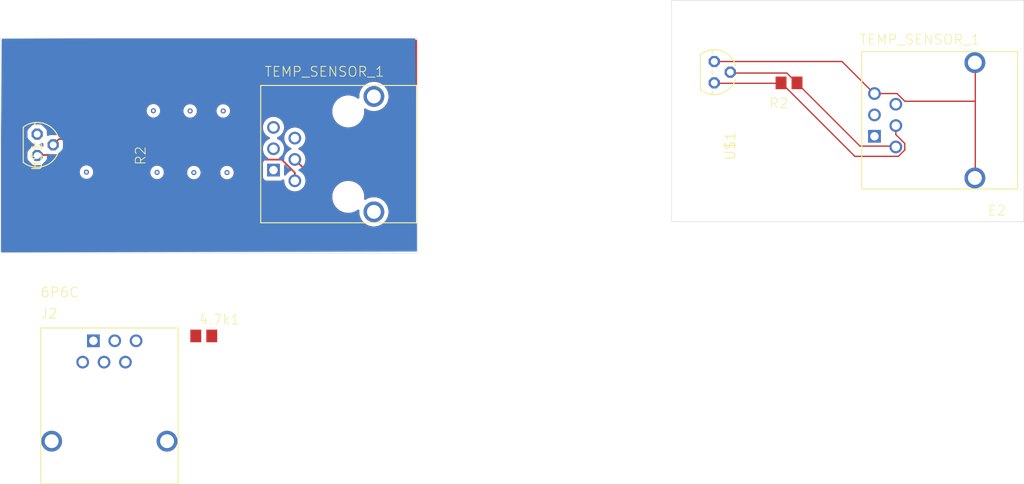
<source format=kicad_pcb>
(kicad_pcb (version 20221018) (generator pcbnew)
  (layers (0 "F.Cu" signal) (31 "B.Cu" signal) (34 "B.Paste" user) (35 "F.Paste" user) (36 "B.SilkS" user "B.Silkscreen") (37 "F.SilkS" user "F.Silkscreen") (38 "B.Mask" user) (39 "F.Mask" user) (44 "Edge.Cuts" user))
  (net 0 "")
  (net 1 "DQ")
  (net 2 "VDD")
  (net 3 "GND")
  (net 6 "/GND")
  (net 7 "/DQ")
  (net 8 "/VDD")
  (footprint "R0805" (layer "F.Cu") (at 141.5261 101.6636)
    (fp_text reference "R2" (at -2.4261 2.4264) (layer "F.SilkS") (effects (font (size 1.176528 1.176528) (thickness 0.093472)) (justify left)))
    (fp_text value "")
    (pad "1" smd rect (at -0.95 0) (size 1.3 1.5) (layers "F.Cu" "F.Paste" "F.Mask") (net 2 "VDD"))
    (pad "2" smd rect (at 0.95 0) (size 1.3 1.5) (layers "F.Cu" "F.Paste" "F.Mask") (net 1 "DQ"))
  )
  (footprint "Temperature Senor Board V2 (2):R0805" (layer "F.Cu") (at 62.22 109.29 90)
    (fp_text reference "R2" (at -2.23 2.89 90) (layer "F.SilkS") (effects (font (size 1.1684 1.1684) (thickness 0.1016)) (justify left bottom)))
    (fp_text value "R-US_R0805" hide)
    (pad "1" smd rect (at -0.95 0 90) (size 1.3 1.5) (layers "F.Cu" "F.Paste" "F.Mask") (net 8 "/VDD"))
    (pad "2" smd rect (at 0.95 0 90) (size 1.3 1.5) (layers "F.Cu" "F.Paste" "F.Mask") (net 7 "/DQ"))
  )
  (footprint "AutoLoadbankFootprint:1734723-1_RJ11" (layer "F.Cu") (at 61.344 134.872)
    (fp_text reference "J2" (at -8.89 -5.08) (layer "F.SilkS") (effects (font (size 1.1684 1.1684) (thickness 0.1016)) (justify left bottom)))
    (fp_text value "6P6C" (at -8.89 -7.62) (layer "F.SilkS") (effects (font (size 1.1684 1.1684) (thickness 0.1016)) (justify left bottom)))
    (fp_line (start -8.8 -4.06) (end -8.8 14.48) (stroke (width 0.127)) (layer "F.SilkS"))
    (fp_line (start -8.8 -4.06) (end 7.53 -4.06) (stroke (width 0.127)) (layer "F.SilkS"))
    (fp_line (start -8.8 14.48) (end 7.53 14.48) (stroke (width 0.127)) (layer "F.SilkS"))
    (fp_line (start 7.53 -4.06) (end 7.53 14.48) (stroke (width 0.127)) (layer "F.SilkS"))
    (pad "" np_thru_hole circle (at -5.72 6.35) (size 3.3 3.3) (drill 3.3) (layers "*.Cu" "*.Mask"))
    (pad "" np_thru_hole circle (at 4.44 6.35) (size 3.3 3.3) (drill 3.3) (layers "*.Cu" "*.Mask"))
    (pad "1" thru_hole rect (at -2.54 -2.54) (size 1.508 1.508) (drill 1) (layers "*.Cu" "*.Mask"))
    (pad "2" thru_hole circle (at 0 -2.54) (size 1.508 1.508) (drill 1) (layers "*.Cu" "*.Mask"))
    (pad "3" thru_hole circle (at 2.54 -2.54) (size 1.508 1.508) (drill 1) (layers "*.Cu" "*.Mask") (net 6 "/GND"))
    (pad "4" thru_hole circle (at -3.81 0) (size 1.508 1.508) (drill 1) (layers "*.Cu" "*.Mask") (net 7 "/DQ"))
    (pad "5" thru_hole circle (at -1.27 0) (size 1.508 1.508) (drill 1) (layers "*.Cu" "*.Mask") (net 8 "/VDD"))
    (pad "6" thru_hole circle (at 1.27 0) (size 1.508 1.508) (drill 1) (layers "*.Cu" "*.Mask"))
    (pad "SH1" thru_hole circle (at -7.5 9.4) (size 2.475 2.475) (drill 1.65) (layers "*.Cu" "*.Mask"))
    (pad "SH2" thru_hole circle (at 6.22 9.4) (size 2.475 2.475) (drill 1.65) (layers "*.Cu" "*.Mask"))
  )
  (footprint "1734723-1_RJ11" (layer "F.Cu") (at 154.2261 105.4736 90)
    (fp_text reference "E2" (at -11.3664 10.8739 180) (layer "F.SilkS") (effects (font (size 1.176528 1.176528) (thickness 0.093472)) (justify left)))
    (fp_text value "TEMP_SENSOR_1" (at 8.9536 -4.3661 180) (layer "F.SilkS") (effects (font (size 1.176528 1.176528) (thickness 0.093472)) (justify left)))
    (fp_line (start -8.8 -4.06) (end -8.8 14.48) (stroke (width 0.127)) (layer "F.SilkS"))
    (fp_line (start -8.8 -4.06) (end 7.53 -4.06) (stroke (width 0.127)) (layer "F.SilkS"))
    (fp_line (start -8.8 14.48) (end 7.53 14.48) (stroke (width 0.127)) (layer "F.SilkS"))
    (fp_line (start 7.53 -4.06) (end 7.53 14.48) (stroke (width 0.127)) (layer "F.SilkS"))
    (pad "" np_thru_hole circle (at -5.72 6.35 90) (size 3.3 3.3) (drill 3.3) (layers "*.Cu" "*.Mask"))
    (pad "" np_thru_hole circle (at 4.44 6.35 90) (size 3.3 3.3) (drill 3.3) (layers "*.Cu" "*.Mask"))
    (pad "1" thru_hole rect (at -2.54 -2.54 90) (size 1.508 1.508) (drill 1) (layers "*.Cu" "*.Mask"))
    (pad "2" thru_hole circle (at 0 -2.54 90) (size 1.508 1.508) (drill 1) (layers "*.Cu" "*.Mask"))
    (pad "3" thru_hole circle (at 2.54 -2.54 90) (size 1.508 1.508) (drill 1) (layers "*.Cu" "*.Mask") (net 3 "GND"))
    (pad "4" thru_hole circle (at -3.81 0 90) (size 1.508 1.508) (drill 1) (layers "*.Cu" "*.Mask") (net 1 "DQ"))
    (pad "5" thru_hole circle (at -1.27 0 90) (size 1.508 1.508) (drill 1) (layers "*.Cu" "*.Mask") (net 2 "VDD"))
    (pad "6" thru_hole circle (at 1.27 0 90) (size 1.508 1.508) (drill 1) (layers "*.Cu" "*.Mask"))
    (pad "SH1" thru_hole circle (at -7.5 9.4 90) (size 2.475 2.475) (drill 1.65) (layers "*.Cu" "*.Mask") (net 3 "GND"))
    (pad "SH2" thru_hole circle (at 6.22 9.4 90) (size 2.475 2.475) (drill 1.65) (layers "*.Cu" "*.Mask") (net 3 "GND"))
  )
  (footprint "Temperature Senor Board V2 (2):1734723-1_RJ11" (layer "F.Cu") (at 82.76 109.5 90)
    (fp_text reference "E2" hide)
    (fp_text value "TEMP_SENSOR_1" (at 8.48 -3.67 180) (layer "F.SilkS") (effects (font (size 1.1684 1.1684) (thickness 0.1016)) (justify left bottom)))
    (fp_line (start -8.8 -4.06) (end -8.8 14.48) (stroke (width 0.127)) (layer "F.SilkS"))
    (fp_line (start -8.8 -4.06) (end 7.53 -4.06) (stroke (width 0.127)) (layer "F.SilkS"))
    (fp_line (start -8.8 14.48) (end 7.53 14.48) (stroke (width 0.127)) (layer "F.SilkS"))
    (fp_line (start 7.53 -4.06) (end 7.53 14.48) (stroke (width 0.127)) (layer "F.SilkS"))
    (pad "" np_thru_hole circle (at -5.72 6.35 90) (size 3.3 3.3) (drill 3.3) (layers "*.Cu" "*.Mask"))
    (pad "" np_thru_hole circle (at 4.44 6.35 90) (size 3.3 3.3) (drill 3.3) (layers "*.Cu" "*.Mask"))
    (pad "1" thru_hole rect (at -2.54 -2.54 90) (size 1.508 1.508) (drill 1) (layers "*.Cu" "*.Mask"))
    (pad "2" thru_hole circle (at 0 -2.54 90) (size 1.508 1.508) (drill 1) (layers "*.Cu" "*.Mask"))
    (pad "3" thru_hole circle (at 2.54 -2.54 90) (size 1.508 1.508) (drill 1) (layers "*.Cu" "*.Mask") (net 6 "/GND"))
    (pad "4" thru_hole circle (at -3.81 0 90) (size 1.508 1.508) (drill 1) (layers "*.Cu" "*.Mask") (net 7 "/DQ"))
    (pad "5" thru_hole circle (at -1.27 0 90) (size 1.508 1.508) (drill 1) (layers "*.Cu" "*.Mask") (net 8 "/VDD"))
    (pad "6" thru_hole circle (at 1.27 0 90) (size 1.508 1.508) (drill 1) (layers "*.Cu" "*.Mask"))
    (pad "SH1" thru_hole circle (at -7.5 9.4 90) (size 2.475 2.475) (drill 1.65) (layers "*.Cu" "*.Mask") (net 6 "/GND"))
    (pad "SH2" thru_hole circle (at 6.22 9.4 90) (size 2.475 2.475) (drill 1.65) (layers "*.Cu" "*.Mask") (net 6 "/GND"))
  )
  (footprint "AutoLoadbankFootprint:TO92-3" (layer "F.Cu") (at 52.12 109.03 -90)
    (fp_text reference "U$1" (at 3.175 -0.635 -90) (layer "F.SilkS") (effects (font (size 1.143 1.143) (thickness 0.127)) (justify left bottom)))
    (fp_text value "DS18B")
    (fp_line (start -2.6549 0.254) (end -2.2537 0.254) (stroke (width 0.127)) (layer "F.SilkS"))
    (fp_line (start -2.0945 1.651) (end 2.0945 1.651) (stroke (width 0.127)) (layer "F.SilkS"))
    (fp_line (start -0.2863 0.254) (end 0.2863 0.254) (stroke (width 0.127)) (layer "F.SilkS"))
    (fp_line (start 2.2537 0.254) (end 2.6549 0.254) (stroke (width 0.127)) (layer "F.SilkS"))
    (fp_arc (start -2.6549 0.254) (mid -2.219001 -1.479566) (end -0.786299 -2.548501) (stroke (width 0.127)) (layer "F.SilkS"))
    (fp_arc (start -2.0946 1.651) (mid -2.475347 0.992847) (end -2.654901 0.254) (stroke (width 0.127)) (layer "F.SilkS"))
    (fp_arc (start 0.7863 -2.5484) (mid 2.546274 -0.793203) (end 2.094499 1.651) (stroke (width 0.127)) (layer "F.SilkS"))
    (pad "1" thru_hole roundrect (at -1.27 0 270) (size 1.3208 1.3208) (drill 0.8128) (layers "*.Cu" "*.Mask") (chamfer_ratio 0.2928932188) (chamfer top_left top_right bottom_left bottom_right) (net 6 "/GND"))
    (pad "2" thru_hole roundrect (at 0 -1.905 270) (size 1.3208 1.3208) (drill 0.8128) (layers "*.Cu" "*.Mask") (chamfer_ratio 0.2928932188) (chamfer top_left top_right bottom_left bottom_right) (net 7 "/DQ"))
    (pad "3" thru_hole roundrect (at 1.27 0 270) (size 1.3208 1.3208) (drill 0.8128) (layers "*.Cu" "*.Mask") (chamfer_ratio 0.2928932188) (chamfer top_left top_right bottom_left bottom_right) (net 8 "/VDD"))
  )
  (footprint "TO92" (layer "F.Cu") (at 132.6361 100.3936 -90)
    (fp_text reference "U$1" (at 6.985 -1.905 90) (layer "F.SilkS") (effects (font (size 1.1557 1.1557) (thickness 0.1143)) (justify right)))
    (fp_text value "DS18B")
    (fp_line (start -2.6549 0.254) (end -2.2537 0.254) (stroke (width 0.127)) (layer "F.SilkS"))
    (fp_line (start -2.0945 1.651) (end 2.0945 1.651) (stroke (width 0.127)) (layer "F.SilkS"))
    (fp_line (start -0.2863 0.254) (end 0.2863 0.254) (stroke (width 0.127)) (layer "F.SilkS"))
    (fp_line (start 2.2537 0.254) (end 2.6549 0.254) (stroke (width 0.127)) (layer "F.SilkS"))
    (fp_arc (start -2.6549 0.254) (mid -2.219001 -1.479566) (end -0.786299 -2.548501) (stroke (width 0.127)) (layer "F.SilkS"))
    (fp_arc (start -2.0946 1.651) (mid -2.475347 0.992847) (end -2.654901 0.254) (stroke (width 0.127)) (layer "F.SilkS"))
    (fp_arc (start 0.7863 -2.5484) (mid 2.546275 -0.793203) (end 2.094499 1.651) (stroke (width 0.127)) (layer "F.SilkS"))
    (pad "1" thru_hole roundrect (at -1.27 0 270) (size 1.3208 1.3208) (drill 0.8128) (layers "*.Cu" "*.Mask") (chamfer_ratio 0.2928932188) (chamfer top_left top_right bottom_left bottom_right) (net 3 "GND"))
    (pad "2" thru_hole roundrect (at 0 -1.905 270) (size 1.3208 1.3208) (drill 0.8128) (layers "*.Cu" "*.Mask") (chamfer_ratio 0.2928932188) (chamfer top_left top_right bottom_left bottom_right) (net 1 "DQ"))
    (pad "3" thru_hole roundrect (at 1.27 0 270) (size 1.3208 1.3208) (drill 0.8128) (layers "*.Cu" "*.Mask") (chamfer_ratio 0.2928932188) (chamfer top_left top_right bottom_left bottom_right) (net 2 "VDD"))
  )
  (footprint "AutoLoadbankFootprint:R0805" (layer "F.Cu") (at 71.9289 131.7569)
    (fp_text reference "4.7k1" (at -0.635 -1.27) (layer "F.SilkS") (effects (font (size 1.1684 1.1684) (thickness 0.1016)) (justify left bottom)))
    (fp_text value "R")
    (pad "1" smd rect (at -0.95 0) (size 1.3 1.5) (layers "F.Cu" "F.Paste" "F.Mask") (net 7 "/DQ"))
    (pad "2" smd rect (at 0.95 0) (size 1.3 1.5) (layers "F.Cu" "F.Paste" "F.Mask") (net 8 "/VDD"))
  )
  (gr_line (start 127.5561 91.8336) (end 127.5561 118.1736) (stroke (width 0.05)) (layer "Edge.Cuts"))
  (gr_line (start 127.5561 118.1736) (end 169.4461 118.1736) (stroke (width 0.05)) (layer "Edge.Cuts"))
  (gr_rect (start 47.8 96.35) (end 97.31 121.9) (stroke (width 0.05)) (fill none) (layer "Edge.Cuts"))
  (gr_line (start 169.4461 91.8336) (end 127.5561 91.8336) (stroke (width 0.05)) (layer "Edge.Cuts"))
  (gr_rect (start 127.5561 91.8336) (end 169.4461 91.8336) (stroke (width 0.05)) (fill none) (layer "Edge.Cuts"))
  (gr_line (start 169.4461 118.1736) (end 169.4461 91.8336) (stroke (width 0.05)) (layer "Edge.Cuts"))
  (segment (start 141.2721 100.4952) (end 142.3389 101.562) (width 0.1524) (layer "F.Cu") (net 1))
  (segment (start 134.5665 100.4952) (end 134.5411 100.3936) (width 0.1524) (layer "F.Cu") (net 1))
  (segment (start 142.4913 101.7144) (end 142.4761 101.6636) (width 0.1524) (layer "F.Cu") (net 1))
  (segment (start 154.2261 109.182) (end 154.2261 109.2836) (width 0.1524) (layer "F.Cu") (net 1))
  (segment (start 142.3389 101.562) (end 142.4761 101.6636) (width 0.1524) (layer "F.Cu") (net 1))
  (segment (start 149.9589 109.182) (end 154.2261 109.182) (width 0.1524) (layer "F.Cu") (net 1))
  (segment (start 142.4913 101.7144) (end 149.9589 109.182) (width 0.1524) (layer "F.Cu") (net 1))
  (segment (start 134.5665 100.4952) (end 141.2721 100.4952) (width 0.1524) (layer "F.Cu") (net 1))
  (segment (start 154.5309 110.4012) (end 155.2929 109.6392) (width 0.1524) (layer "F.Cu") (net 2))
  (segment (start 154.2261 107.8104) (end 154.2261 106.7436) (width 0.1524) (layer "F.Cu") (net 2))
  (segment (start 140.6625 101.7144) (end 149.3493 110.4012) (width 0.1524) (layer "F.Cu") (net 2))
  (segment (start 155.2929 109.6392) (end 155.2929 108.8772) (width 0.1524) (layer "F.Cu") (net 2))
  (segment (start 132.7377 101.7144) (end 140.5101 101.7144) (width 0.1524) (layer "F.Cu") (net 2))
  (segment (start 155.2929 108.8772) (end 154.2261 107.8104) (width 0.1524) (layer "F.Cu") (net 2))
  (segment (start 140.5101 101.7144) (end 140.5761 101.6636) (width 0.1524) (layer "F.Cu") (net 2))
  (segment (start 140.6625 101.7144) (end 140.5761 101.6636) (width 0.1524) (layer "F.Cu") (net 2))
  (segment (start 149.3493 110.4012) (end 154.5309 110.4012) (width 0.1524) (layer "F.Cu") (net 2))
  (segment (start 132.7377 101.7144) (end 132.6361 101.6636) (width 0.1524) (layer "F.Cu") (net 2))
  (segment (start 147.8253 99.1236) (end 132.6361 99.1236) (width 0.1524) (layer "F.Cu") (net 3))
  (segment (start 163.6749 103.848) (end 163.6749 112.8396) (width 0.1524) (layer "F.Cu") (net 3))
  (segment (start 151.6353 102.9336) (end 151.6861 102.9336) (width 0.1524) (layer "F.Cu") (net 3))
  (segment (start 163.6749 99.276) (end 163.6749 103.848) (width 0.1524) (layer "F.Cu") (net 3))
  (segment (start 154.3785 102.9336) (end 155.2929 103.848) (width 0.1524) (layer "F.Cu") (net 3))
  (segment (start 151.6353 102.9336) (end 147.8253 99.1236) (width 0.1524) (layer "F.Cu") (net 3))
  (segment (start 151.6861 102.9336) (end 154.3785 102.9336) (width 0.1524) (layer "F.Cu") (net 3))
  (segment (start 163.6749 99.276) (end 163.6261 99.2536) (width 0.1524) (layer "F.Cu") (net 3))
  (segment (start 155.2929 103.848) (end 163.6749 103.848) (width 0.1524) (layer "F.Cu") (net 3))
  (segment (start 163.6749 112.8396) (end 163.6261 112.9736) (width 0.1524) (layer "F.Cu") (net 3))
  (via (at 57.98 112.28) (size 0.6) (drill 0.3) (layers "F.Cu" "B.Cu") (net 6))
  (via (at 74.25 105) (size 0.6) (drill 0.3) (layers "F.Cu" "B.Cu") (net 6))
  (via (at 70.31 105) (size 0.6) (drill 0.3) (layers "F.Cu" "B.Cu") (net 6))
  (via (at 65.94 104.98) (size 0.6) (drill 0.3) (layers "F.Cu" "B.Cu") (net 6))
  (via (at 74.69 112.33) (size 0.6) (drill 0.3) (layers "F.Cu" "B.Cu") (net 6))
  (via (at 70.75 112.33) (size 0.6) (drill 0.3) (layers "F.Cu" "B.Cu") (net 6))
  (via (at 66.38 112.31) (size 0.6) (drill 0.3) (layers "F.Cu" "B.Cu") (net 6))
  (segment (start 81.21 110.79) (end 82.76 112.34) (width 0.2) (layer "F.Cu") (net 7))
  (segment (start 77.76 110.79) (end 81.21 110.79) (width 0.2) (layer "F.Cu") (net 7))
  (segment (start 62.22 108.34) (end 54.715 108.34) (width 0.2) (layer "F.Cu") (net 7))
  (segment (start 82.76 112.34) (end 82.76 113.31) (width 0.2) (layer "F.Cu") (net 7))
  (segment (start 75.31 108.34) (end 77.76 110.79) (width 0.2) (layer "F.Cu") (net 7))
  (segment (start 54.715 108.34) (end 54.025 109.03) (width 0.2) (layer "F.Cu") (net 7))
  (segment (start 62.22 108.34) (end 75.31 108.34) (width 0.2) (layer "F.Cu") (net 7))
  (segment (start 52.18 110.24) (end 52.12 110.3) (width 0.2) (layer "F.Cu") (net 8))
  (segment (start 64.64 115.7) (end 62.22 113.28) (width 0.2) (layer "F.Cu") (net 8))
  (segment (start 62.22 110.24) (end 52.18 110.24) (width 0.2) (layer "F.Cu") (net 8))
  (segment (start 84.5 112.51) (end 84.5 114.55) (width 0.2) (layer "F.Cu") (net 8))
  (segment (start 62.22 113.28) (end 62.22 110.24) (width 0.2) (layer "F.Cu") (net 8))
  (segment (start 84.5 114.55) (end 83.35 115.7) (width 0.2) (layer "F.Cu") (net 8))
  (segment (start 82.76 110.77) (end 84.5 112.51) (width 0.2) (layer "F.Cu") (net 8))
  (segment (start 83.35 115.7) (end 64.64 115.7) (width 0.2) (layer "F.Cu") (net 8))
  (zone (net 3) (net_name "GND") (layer "F.Cu") (priority 1) (connect_pads yes (clearance 0.5)) (min_thickness 0.25) (fill yes (thermal_gap 0.5) (thermal_bridge_width 0.5))
    (polygon (pts (xy 47.96 96.88) (xy 97.34 96.52) (xy 97.39 121.62) (xy 47.7 121.77)))
  )
  (zone (net 3) (net_name "GND") (layer "B.Cu") (connect_pads yes (clearance 0.5)) (min_thickness 0.25) (fill yes (thermal_gap 0.5) (thermal_bridge_width 0.5))
    (polygon (pts (xy 47.91 96.42) (xy 97.08 96.22) (xy 97.39 121.72) (xy 47.75 121.82)))
  )
)
</source>
